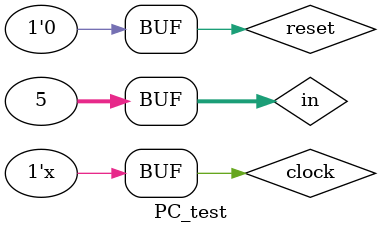
<source format=v>
module PC(clock, reset, in, out);
    input clock, reset;
    input [31:0] in;
    
    output reg [31:0] out;
    
    always @(posedge clock) begin
        if(reset == 1)
            out <= 0;
        else
            out <= in + 4;
    end
endmodule

module PC_test;
    reg [31:0] in;
    reg clock = 1;
    reg reset = 0;
    
    wire [31:0] out;
    
    always #10 clock = ~clock;
    
    PC pc(clock, reset, in, out);
    
    initial begin
        reset = 0;
        in = 1;
        
        #20
        in = 2;
        
        #20
        in = 3;
        reset = 1;
        
        #20
        in = 5;
        reset = 0;
    end
endmodule
</source>
